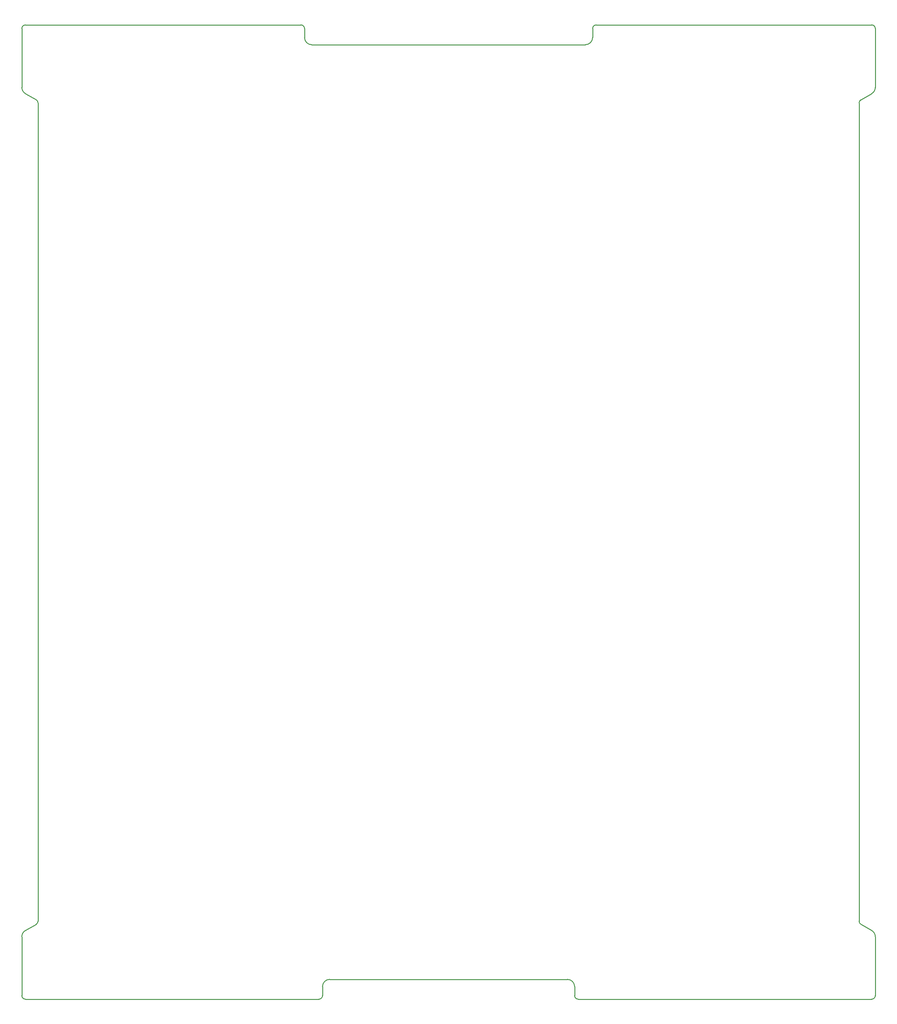
<source format=gm1>
%FSLAX25Y25*%
%MOIN*%
G70*
G01*
G75*
G04 Layer_Color=16711935*
%ADD10R,0.06299X0.06299*%
%ADD11C,0.00800*%
%ADD12R,0.13900X8.43450*%
%ADD13R,0.12800X0.39900*%
%ADD14R,0.13700X8.34950*%
%ADD15C,0.06299*%
%ADD16C,0.01000*%
%ADD17C,0.12402*%
%ADD18C,0.02400*%
%ADD19R,0.02756X0.03543*%
%ADD20R,0.04724X0.06299*%
%ADD21R,0.08465X0.05906*%
%ADD22R,0.07874X0.05118*%
%ADD23C,0.02500*%
%ADD24C,0.01000*%
%ADD25R,8.76200X0.23800*%
%ADD26R,8.47300X0.35000*%
%ADD27C,0.06899*%
%ADD28C,0.01600*%
%ADD29C,0.13002*%
%ADD30R,0.03356X0.04143*%
%ADD31R,0.05324X0.06899*%
%ADD32R,0.09065X0.06506*%
%ADD33R,0.08474X0.05718*%
%ADD34R,0.07865X0.05306*%
%ADD35R,0.07274X0.04518*%
%ADD36C,0.00787*%
%ADD37C,0.00600*%
%ADD38R,0.02700X0.08700*%
D24*
X929134Y989888D02*
G03*
X933071Y996707I-3937J6819D01*
G01*
Y1061058D02*
G03*
X929134Y1064995I-3937J0D01*
G01*
X627953D02*
G03*
X624016Y1061058I0J-3937D01*
G01*
X616142Y1043342D02*
G03*
X624016Y1051216I0J7874D01*
G01*
X309055D02*
G03*
X316929Y1043342I7874J0D01*
G01*
X309055Y1061058D02*
G03*
X305118Y1064995I-3937J0D01*
G01*
X3937D02*
G03*
X0Y1061058I0J-3937D01*
G01*
Y996707D02*
G03*
X3937Y989888I7874J0D01*
G01*
X17717Y979659D02*
G03*
X15748Y983068I-3937J0D01*
G01*
Y81961D02*
G03*
X17717Y85370I-1969J3410D01*
G01*
X3937Y75142D02*
G03*
X0Y68323I3937J-6819D01*
G01*
Y3971D02*
G03*
X3937Y34I3937J0D01*
G01*
X324803D02*
G03*
X328740Y3971I0J3937D01*
G01*
X336614Y21688D02*
G03*
X328740Y13814I0J-7874D01*
G01*
X604331D02*
G03*
X596457Y21688I-7874J0D01*
G01*
X604331Y3971D02*
G03*
X608268Y34I3937J0D01*
G01*
X929134D02*
G03*
X933071Y3971I0J3937D01*
G01*
Y68323D02*
G03*
X929134Y75142I-7874J0D01*
G01*
X915355Y85370D02*
G03*
X917323Y81961I3937J0D01*
G01*
Y983068D02*
G03*
X915355Y979659I1969J-3410D01*
G01*
X933071Y996707D02*
Y1061058D01*
X627953Y1064995D02*
X929134D01*
X624016Y1051216D02*
Y1061058D01*
X316929Y1043342D02*
X616142D01*
X309055Y1051216D02*
Y1061058D01*
X3937Y1064995D02*
X305118D01*
X0Y996707D02*
Y1061058D01*
X3937Y989888D02*
X15748Y983068D01*
X17717Y85370D02*
Y979659D01*
X3937Y75142D02*
X15748Y81961D01*
X0Y3971D02*
Y68323D01*
X3937Y34D02*
X324803D01*
X328740Y3971D02*
Y13814D01*
X336614Y21688D02*
X596457D01*
X604331Y3971D02*
Y13814D01*
X608268Y34D02*
X929134D01*
X933071Y3971D02*
Y68323D01*
X917323Y81961D02*
X929134Y75142D01*
X915355Y85370D02*
Y979659D01*
X917323Y983068D02*
X929134Y989888D01*
M02*

</source>
